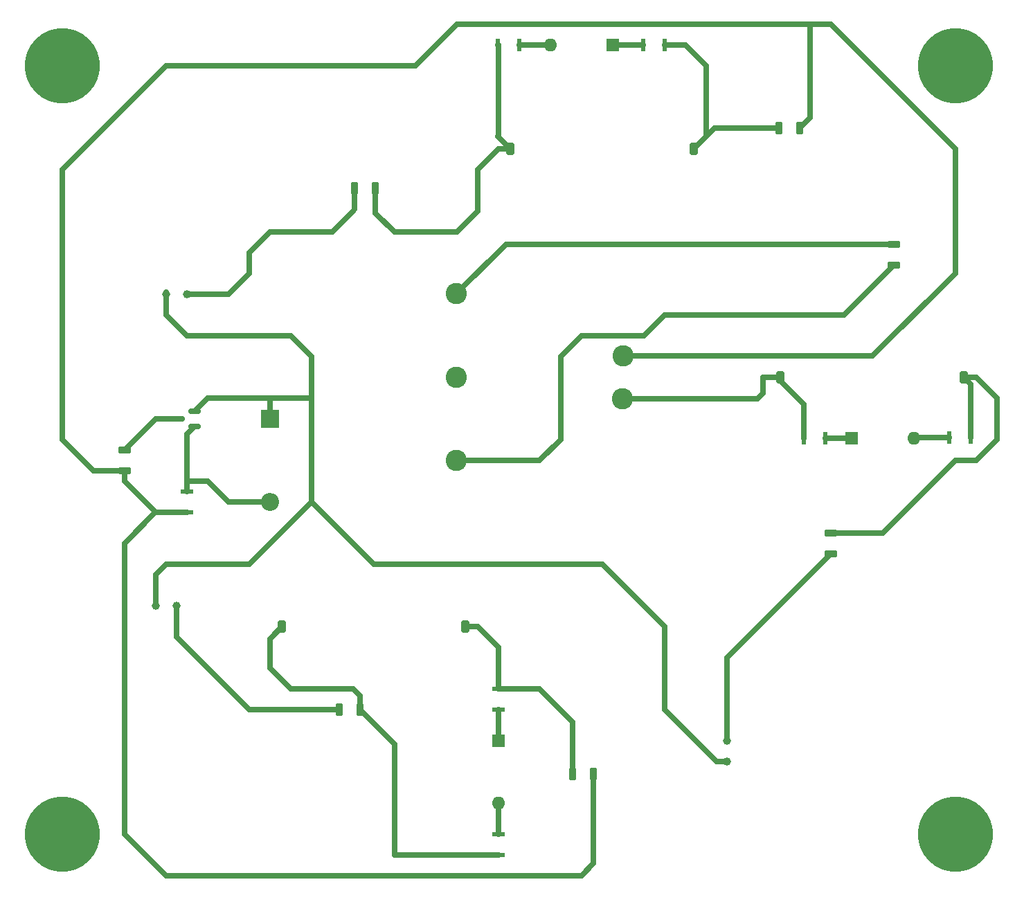
<source format=gbr>
%TF.GenerationSoftware,KiCad,Pcbnew,(6.0.0)*%
%TF.CreationDate,2023-03-29T15:00:35+03:00*%
%TF.ProjectId,shema,7368656d-612e-46b6-9963-61645f706362,rev?*%
%TF.SameCoordinates,Original*%
%TF.FileFunction,Copper,L1,Top*%
%TF.FilePolarity,Positive*%
%FSLAX46Y46*%
G04 Gerber Fmt 4.6, Leading zero omitted, Abs format (unit mm)*
G04 Created by KiCad (PCBNEW (6.0.0)) date 2023-03-29 15:00:35*
%MOMM*%
%LPD*%
G01*
G04 APERTURE LIST*
G04 Aperture macros list*
%AMRoundRect*
0 Rectangle with rounded corners*
0 $1 Rounding radius*
0 $2 $3 $4 $5 $6 $7 $8 $9 X,Y pos of 4 corners*
0 Add a 4 corners polygon primitive as box body*
4,1,4,$2,$3,$4,$5,$6,$7,$8,$9,$2,$3,0*
0 Add four circle primitives for the rounded corners*
1,1,$1+$1,$2,$3*
1,1,$1+$1,$4,$5*
1,1,$1+$1,$6,$7*
1,1,$1+$1,$8,$9*
0 Add four rect primitives between the rounded corners*
20,1,$1+$1,$2,$3,$4,$5,0*
20,1,$1+$1,$4,$5,$6,$7,0*
20,1,$1+$1,$6,$7,$8,$9,0*
20,1,$1+$1,$8,$9,$2,$3,0*%
G04 Aperture macros list end*
%TA.AperFunction,SMDPad,CuDef*%
%ADD10RoundRect,0.200000X-0.200000X-0.600000X0.200000X-0.600000X0.200000X0.600000X-0.200000X0.600000X0*%
%TD*%
%TA.AperFunction,ComponentPad*%
%ADD11RoundRect,0.250000X0.250000X0.512000X-0.250000X0.512000X-0.250000X-0.512000X0.250000X-0.512000X0*%
%TD*%
%TA.AperFunction,ComponentPad*%
%ADD12RoundRect,0.250000X-0.250000X-0.512000X0.250000X-0.512000X0.250000X0.512000X-0.250000X0.512000X0*%
%TD*%
%TA.AperFunction,SMDPad,CuDef*%
%ADD13R,1.600000X0.500000*%
%TD*%
%TA.AperFunction,ComponentPad*%
%ADD14C,9.200000*%
%TD*%
%TA.AperFunction,SMDPad,CuDef*%
%ADD15RoundRect,0.200000X0.600000X-0.200000X0.600000X0.200000X-0.600000X0.200000X-0.600000X-0.200000X0*%
%TD*%
%TA.AperFunction,SMDPad,CuDef*%
%ADD16RoundRect,0.150000X0.587500X0.150000X-0.587500X0.150000X-0.587500X-0.150000X0.587500X-0.150000X0*%
%TD*%
%TA.AperFunction,SMDPad,CuDef*%
%ADD17R,0.500000X1.600000*%
%TD*%
%TA.AperFunction,ComponentPad*%
%ADD18C,1.000000*%
%TD*%
%TA.AperFunction,ComponentPad*%
%ADD19O,1.600000X1.600000*%
%TD*%
%TA.AperFunction,ComponentPad*%
%ADD20R,1.600000X1.600000*%
%TD*%
%TA.AperFunction,SMDPad,CuDef*%
%ADD21R,1.500000X0.600000*%
%TD*%
%TA.AperFunction,ComponentPad*%
%ADD22C,2.600000*%
%TD*%
%TA.AperFunction,ComponentPad*%
%ADD23R,2.200000X2.200000*%
%TD*%
%TA.AperFunction,ComponentPad*%
%ADD24O,2.200000X2.200000*%
%TD*%
%TA.AperFunction,SMDPad,CuDef*%
%ADD25R,0.600000X1.500000*%
%TD*%
%TA.AperFunction,Conductor*%
%ADD26C,0.700000*%
%TD*%
G04 APERTURE END LIST*
D10*
%TO.P,SW2,2,2*%
%TO.N,Net-(D2-Pad2)*%
X147541428Y-60720000D03*
%TO.P,SW2,1,1*%
%TO.N,Net-(D_power2-Pad1)*%
X145001428Y-60720000D03*
%TD*%
D11*
%TO.P,F3,2*%
%TO.N,load_RPi*%
X197080000Y-83820000D03*
%TO.P,F3,1*%
%TO.N,Net-(D3-Pad2)*%
X219480000Y-83820000D03*
%TD*%
D12*
%TO.P,F2,2*%
%TO.N,load_QR*%
X186460000Y-55880000D03*
%TO.P,F2,1*%
%TO.N,Net-(D2-Pad2)*%
X164060000Y-55880000D03*
%TD*%
%TO.P,F1,2*%
%TO.N,load_wicket*%
X158520000Y-114300000D03*
%TO.P,F1,1*%
%TO.N,Net-(D1-Pad2)*%
X136120000Y-114300000D03*
%TD*%
D13*
%TO.P,R8,1*%
%TO.N,Net-(D4-Pad2)*%
X124460000Y-97760000D03*
%TO.P,R8,2*%
%TO.N,V_minus*%
X124460000Y-100360000D03*
%TD*%
D14*
%TO.P,REF\u002A\u002A,1*%
%TO.N,N/C*%
X218440000Y-139700000D03*
%TD*%
%TO.P,REF\u002A\u002A,1*%
%TO.N,N/C*%
X109220000Y-45720000D03*
%TD*%
%TO.P,REF\u002A\u002A,1*%
%TO.N,N/C*%
X109220000Y-139700000D03*
%TD*%
%TO.P,REF\u002A\u002A,1*%
%TO.N,N/C*%
X218440000Y-45720000D03*
%TD*%
D15*
%TO.P,SW3,1,1*%
%TO.N,Net-(D_power3-Pad1)*%
X203200000Y-105410000D03*
%TO.P,SW3,2,2*%
%TO.N,Net-(D3-Pad2)*%
X203200000Y-102870000D03*
%TD*%
D13*
%TO.P,R5,1*%
%TO.N,Net-(D5-Pad1)*%
X162560000Y-124490000D03*
%TO.P,R5,2*%
%TO.N,load_wicket*%
X162560000Y-121890000D03*
%TD*%
D15*
%TO.P,J1,1,Pin_1*%
%TO.N,V_minus*%
X116840000Y-95250000D03*
%TO.P,J1,2,Pin_2*%
%TO.N,Net-(J1-Pad2)*%
X116840000Y-92710000D03*
%TD*%
D16*
%TO.P,Q1,1,G*%
%TO.N,Net-(D4-Pad2)*%
X125397500Y-89850000D03*
%TO.P,Q1,2,S*%
%TO.N,power_circuit*%
X125397500Y-87950000D03*
%TO.P,Q1,3,D*%
%TO.N,Net-(J1-Pad2)*%
X123522500Y-88900000D03*
%TD*%
D17*
%TO.P,R7,2*%
%TO.N,load_RPi*%
X199920000Y-91300000D03*
%TO.P,R7,1*%
%TO.N,Net-(D7-Pad1)*%
X202520000Y-91300000D03*
%TD*%
D18*
%TO.P,D_power3,1,K*%
%TO.N,Net-(D_power3-Pad1)*%
X190500000Y-128270000D03*
%TO.P,D_power3,2,A*%
%TO.N,power_circuit*%
X190500000Y-130810000D03*
%TD*%
D19*
%TO.P,D7,2,A*%
%TO.N,Net-(D3-Pad1)*%
X213360000Y-91300000D03*
D20*
%TO.P,D7,1,K*%
%TO.N,Net-(D7-Pad1)*%
X205740000Y-91300000D03*
%TD*%
D18*
%TO.P,D_power1,1,K*%
%TO.N,Net-(D_power1-Pad1)*%
X123190000Y-111760000D03*
%TO.P,D_power1,2,A*%
%TO.N,power_circuit*%
X120650000Y-111760000D03*
%TD*%
D10*
%TO.P,J3,2,Pin_2*%
%TO.N,V_minus*%
X199390000Y-53340000D03*
%TO.P,J3,1,Pin_1*%
%TO.N,load_QR*%
X196850000Y-53340000D03*
%TD*%
D19*
%TO.P,D5,2,A*%
%TO.N,Net-(D1-Pad1)*%
X162560000Y-135890000D03*
D20*
%TO.P,D5,1,K*%
%TO.N,Net-(D5-Pad1)*%
X162560000Y-128270000D03*
%TD*%
D15*
%TO.P,J4,1,Pin_1*%
%TO.N,+5V_rpi*%
X210940000Y-70090000D03*
%TO.P,J4,2,Pin_2*%
%TO.N,-V_rpi*%
X210940000Y-67550000D03*
%TD*%
D10*
%TO.P,J2,1,Pin_1*%
%TO.N,load_wicket*%
X171690000Y-132320000D03*
%TO.P,J2,2,Pin_2*%
%TO.N,V_minus*%
X174230000Y-132320000D03*
%TD*%
%TO.P,SW1,1,1*%
%TO.N,Net-(D_power1-Pad1)*%
X143110000Y-124460000D03*
%TO.P,SW1,2,2*%
%TO.N,Net-(D1-Pad2)*%
X145650000Y-124460000D03*
%TD*%
D21*
%TO.P,D1,1,K*%
%TO.N,Net-(D1-Pad1)*%
X162560000Y-139670000D03*
%TO.P,D1,2,A*%
%TO.N,Net-(D1-Pad2)*%
X162560000Y-142270000D03*
%TD*%
D22*
%TO.P,DC_DC1,5,-Vout*%
%TO.N,-V_rpi*%
X157440000Y-73620000D03*
%TO.P,DC_DC1,4,No_Pin*%
%TO.N,unconnected-(DC_DC1-Pad4)*%
X157440000Y-83820000D03*
%TO.P,DC_DC1,3,+Vout*%
%TO.N,+5V_rpi*%
X157440000Y-94020000D03*
%TO.P,DC_DC1,2,-Vin*%
%TO.N,V_minus*%
X177800000Y-81220000D03*
%TO.P,DC_DC1,1,+Vin*%
%TO.N,load_RPi*%
X177740000Y-86420000D03*
%TD*%
D17*
%TO.P,R6,1*%
%TO.N,Net-(D6-Pad1)*%
X180310000Y-43180000D03*
%TO.P,R6,2*%
%TO.N,load_QR*%
X182910000Y-43180000D03*
%TD*%
D19*
%TO.P,D6,2,A*%
%TO.N,Net-(D2-Pad1)*%
X168910000Y-43180000D03*
D20*
%TO.P,D6,1,K*%
%TO.N,Net-(D6-Pad1)*%
X176530000Y-43180000D03*
%TD*%
D23*
%TO.P,D4,1,K*%
%TO.N,power_circuit*%
X134620000Y-88900000D03*
D24*
%TO.P,D4,2,A*%
%TO.N,Net-(D4-Pad2)*%
X134620000Y-99060000D03*
%TD*%
D25*
%TO.P,D2,1,K*%
%TO.N,Net-(D2-Pad1)*%
X165130000Y-43180000D03*
%TO.P,D2,2,A*%
%TO.N,Net-(D2-Pad2)*%
X162530000Y-43180000D03*
%TD*%
%TO.P,D3,2,A*%
%TO.N,Net-(D3-Pad2)*%
X220300000Y-91180000D03*
%TO.P,D3,1,K*%
%TO.N,Net-(D3-Pad1)*%
X217700000Y-91180000D03*
%TD*%
D18*
%TO.P,D_power2,1,K*%
%TO.N,Net-(D_power2-Pad1)*%
X124460000Y-73660000D03*
%TO.P,D_power2,2,A*%
%TO.N,power_circuit*%
X121920000Y-73660000D03*
%TD*%
D26*
%TO.N,load_wicket*%
X171690000Y-125970000D02*
X171690000Y-132320000D01*
X167610000Y-121890000D02*
X171690000Y-125970000D01*
X162560000Y-121890000D02*
X167610000Y-121890000D01*
X162560000Y-121920000D02*
X162560000Y-116840000D01*
X162560000Y-116840000D02*
X160020000Y-114300000D01*
X160020000Y-114300000D02*
X158520000Y-114300000D01*
%TO.N,Net-(D_power2-Pad1)*%
X145001428Y-63278572D02*
X144780000Y-63500000D01*
X145001428Y-60720000D02*
X145001428Y-63278572D01*
%TO.N,Net-(D2-Pad2)*%
X162560000Y-43180000D02*
X162560000Y-54320000D01*
X162530000Y-43180000D02*
X162560000Y-43180000D01*
X162560000Y-54320000D02*
X162530000Y-54350000D01*
%TO.N,load_QR*%
X182910000Y-43180000D02*
X185420000Y-43180000D01*
%TO.N,Net-(D_power2-Pad1)*%
X124460000Y-73660000D02*
X129540000Y-73660000D01*
%TO.N,Net-(D3-Pad2)*%
X219480000Y-83820000D02*
X220300000Y-84640000D01*
X220300000Y-84640000D02*
X220300000Y-91180000D01*
%TO.N,Net-(D2-Pad2)*%
X164060000Y-55880000D02*
X162530000Y-54350000D01*
%TO.N,Net-(D2-Pad1)*%
X165130000Y-43180000D02*
X168910000Y-43180000D01*
%TO.N,Net-(D6-Pad1)*%
X176530000Y-43180000D02*
X180310000Y-43180000D01*
%TO.N,V_minus*%
X200660000Y-52070000D02*
X200660000Y-40640000D01*
X199390000Y-53340000D02*
X200660000Y-52070000D01*
%TO.N,load_QR*%
X189000000Y-53340000D02*
X196850000Y-53340000D01*
X187960000Y-54380000D02*
X189000000Y-53340000D01*
X187960000Y-54380000D02*
X186460000Y-55880000D01*
X185420000Y-43180000D02*
X187960000Y-45720000D01*
X187960000Y-45720000D02*
X187960000Y-54380000D01*
%TO.N,Net-(D2-Pad2)*%
X160020000Y-63500000D02*
X160020000Y-58420000D01*
X160020000Y-58420000D02*
X162560000Y-55880000D01*
X157480000Y-66040000D02*
X160020000Y-63500000D01*
X162560000Y-55880000D02*
X164060000Y-55880000D01*
X149860000Y-66040000D02*
X157480000Y-66040000D01*
X147541428Y-63721428D02*
X149860000Y-66040000D01*
X147541428Y-60720000D02*
X147541428Y-63721428D01*
%TO.N,Net-(D1-Pad2)*%
X134620000Y-115800000D02*
X136120000Y-114300000D01*
X137160000Y-121920000D02*
X134620000Y-119380000D01*
X145650000Y-122790000D02*
X144780000Y-121920000D01*
X145650000Y-124460000D02*
X145650000Y-122790000D01*
X144780000Y-121920000D02*
X137160000Y-121920000D01*
X134620000Y-119380000D02*
X134620000Y-115800000D01*
%TO.N,Net-(D3-Pad2)*%
X220980000Y-83820000D02*
X219480000Y-83820000D01*
X223520000Y-86360000D02*
X220980000Y-83820000D01*
X223520000Y-91440000D02*
X223520000Y-86360000D01*
X220980000Y-93980000D02*
X223520000Y-91440000D01*
X218440000Y-93980000D02*
X220980000Y-93980000D01*
X209550000Y-102870000D02*
X218440000Y-93980000D01*
%TO.N,load_RPi*%
X197080000Y-83820000D02*
X194970000Y-83820000D01*
X197080000Y-84260000D02*
X197080000Y-83820000D01*
X199920000Y-87100000D02*
X197080000Y-84260000D01*
X199920000Y-91300000D02*
X199920000Y-87100000D01*
%TO.N,V_minus*%
X218440000Y-55880000D02*
X203200000Y-40640000D01*
X203200000Y-40640000D02*
X187960000Y-40640000D01*
X218440000Y-71120000D02*
X218440000Y-55880000D01*
X208340000Y-81220000D02*
X218440000Y-71120000D01*
X177800000Y-81220000D02*
X208340000Y-81220000D01*
X152400000Y-45720000D02*
X157480000Y-40640000D01*
X121920000Y-45720000D02*
X152400000Y-45720000D01*
X116840000Y-50800000D02*
X121920000Y-45720000D01*
X157480000Y-40640000D02*
X187960000Y-40640000D01*
X109220000Y-58420000D02*
X116840000Y-50800000D01*
X113030000Y-95250000D02*
X109220000Y-91440000D01*
X109220000Y-91440000D02*
X109220000Y-58420000D01*
X116840000Y-95250000D02*
X113030000Y-95250000D01*
X172720000Y-144780000D02*
X174230000Y-143270000D01*
X121920000Y-144780000D02*
X172720000Y-144780000D01*
X116840000Y-139700000D02*
X121920000Y-144780000D01*
X174230000Y-143270000D02*
X174230000Y-132320000D01*
X116840000Y-104140000D02*
X116840000Y-139700000D01*
X120620000Y-100360000D02*
X116840000Y-104140000D01*
X124460000Y-100360000D02*
X120620000Y-100360000D01*
%TO.N,-V_rpi*%
X163510000Y-67550000D02*
X210940000Y-67550000D01*
X157440000Y-73620000D02*
X163510000Y-67550000D01*
%TO.N,+5V_rpi*%
X204830000Y-76200000D02*
X210940000Y-70090000D01*
X182880000Y-76200000D02*
X204830000Y-76200000D01*
X172720000Y-78740000D02*
X180340000Y-78740000D01*
X170180000Y-91440000D02*
X170180000Y-81280000D01*
X180340000Y-78740000D02*
X182880000Y-76200000D01*
X167600000Y-94020000D02*
X170180000Y-91440000D01*
X170180000Y-81280000D02*
X172720000Y-78740000D01*
X157440000Y-94020000D02*
X167600000Y-94020000D01*
%TO.N,load_RPi*%
X194970000Y-85750000D02*
X194300000Y-86420000D01*
X194300000Y-86420000D02*
X177740000Y-86420000D01*
X194970000Y-83820000D02*
X194970000Y-85750000D01*
%TO.N,Net-(D7-Pad1)*%
X205740000Y-91300000D02*
X202520000Y-91300000D01*
%TO.N,Net-(D3-Pad1)*%
X213480000Y-91180000D02*
X213360000Y-91300000D01*
X217700000Y-91180000D02*
X213480000Y-91180000D01*
%TO.N,Net-(D3-Pad2)*%
X203200000Y-102870000D02*
X209550000Y-102870000D01*
%TO.N,Net-(D_power3-Pad1)*%
X190500000Y-118110000D02*
X203200000Y-105410000D01*
X190500000Y-128270000D02*
X190500000Y-118110000D01*
%TO.N,power_circuit*%
X189230000Y-130810000D02*
X190500000Y-130810000D01*
X182880000Y-124460000D02*
X189230000Y-130810000D01*
X182880000Y-114300000D02*
X182880000Y-124460000D01*
X175260000Y-106680000D02*
X182880000Y-114300000D01*
X139700000Y-99060000D02*
X147320000Y-106680000D01*
X147320000Y-106680000D02*
X175260000Y-106680000D01*
%TO.N,Net-(D5-Pad1)*%
X162560000Y-124490000D02*
X162560000Y-128270000D01*
%TO.N,Net-(D1-Pad1)*%
X162560000Y-139670000D02*
X162560000Y-135890000D01*
%TO.N,Net-(D1-Pad2)*%
X149890000Y-142270000D02*
X162560000Y-142270000D01*
X149860000Y-142240000D02*
X149890000Y-142270000D01*
X149860000Y-128670000D02*
X149860000Y-142240000D01*
X145650000Y-124460000D02*
X149860000Y-128670000D01*
%TO.N,Net-(D_power1-Pad1)*%
X123190000Y-115570000D02*
X132080000Y-124460000D01*
X123190000Y-111760000D02*
X123190000Y-115570000D01*
X132080000Y-124460000D02*
X143110000Y-124460000D01*
%TO.N,power_circuit*%
X132080000Y-106680000D02*
X121920000Y-106680000D01*
X139700000Y-99060000D02*
X132080000Y-106680000D01*
X121920000Y-106680000D02*
X120650000Y-107950000D01*
X120650000Y-107950000D02*
X120650000Y-111760000D01*
X139700000Y-86360000D02*
X139700000Y-99060000D01*
%TO.N,Net-(D_power2-Pad1)*%
X142240000Y-66040000D02*
X144780000Y-63500000D01*
X132080000Y-68580000D02*
X134620000Y-66040000D01*
X134620000Y-66040000D02*
X142240000Y-66040000D01*
X132080000Y-71120000D02*
X132080000Y-68580000D01*
X129540000Y-73660000D02*
X132080000Y-71120000D01*
%TO.N,power_circuit*%
X121920000Y-76200000D02*
X121920000Y-73420000D01*
X124460000Y-78740000D02*
X121920000Y-76200000D01*
X137160000Y-78740000D02*
X124460000Y-78740000D01*
X139700000Y-81280000D02*
X137160000Y-78740000D01*
X139700000Y-86360000D02*
X139700000Y-81280000D01*
%TO.N,Net-(J1-Pad2)*%
X120650000Y-88900000D02*
X116840000Y-92710000D01*
X123522500Y-88900000D02*
X120650000Y-88900000D01*
%TO.N,power_circuit*%
X137160000Y-86360000D02*
X139700000Y-86360000D01*
X134620000Y-86360000D02*
X137160000Y-86360000D01*
%TO.N,Net-(D4-Pad2)*%
X127000000Y-96520000D02*
X124460000Y-96520000D01*
X124460000Y-96520000D02*
X124460000Y-90787500D01*
X124460000Y-97760000D02*
X124460000Y-96520000D01*
X129540000Y-99060000D02*
X127000000Y-96520000D01*
X134620000Y-99060000D02*
X129540000Y-99060000D01*
X124460000Y-90787500D02*
X125397500Y-89850000D01*
%TO.N,V_minus*%
X120680000Y-100360000D02*
X124460000Y-100360000D01*
X116840000Y-96520000D02*
X120680000Y-100360000D01*
X116840000Y-95250000D02*
X116840000Y-96520000D01*
%TO.N,power_circuit*%
X134620000Y-86360000D02*
X134620000Y-88900000D01*
X127000000Y-86360000D02*
X134620000Y-86360000D01*
X125397500Y-87950000D02*
X125410000Y-87950000D01*
X125410000Y-87950000D02*
X127000000Y-86360000D01*
%TD*%
M02*

</source>
